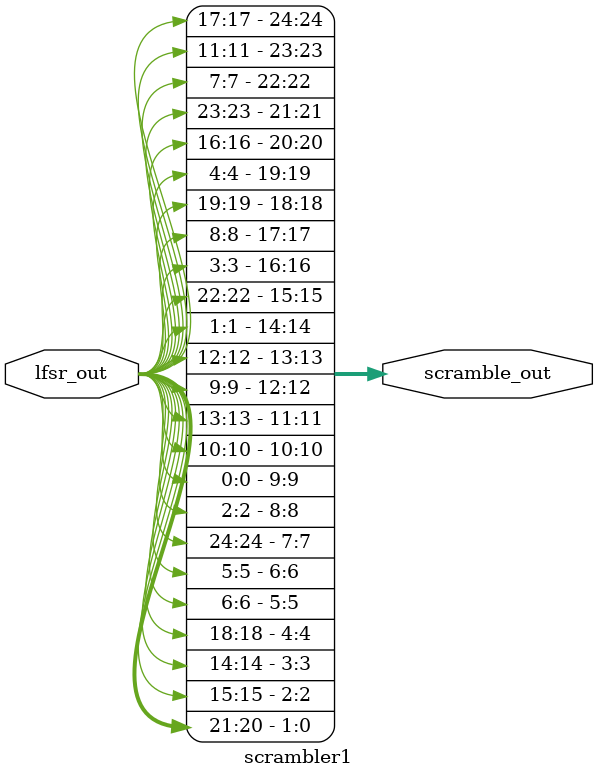
<source format=sv>
module scrambler1 (input logic signed [24:0] lfsr_out,
						 output logic signed [24:0] scramble_out);

	assign scramble_out[0] = lfsr_out[20];
	assign scramble_out[1] = lfsr_out[21];
	assign scramble_out[2] = lfsr_out[15];
	assign scramble_out[3] = lfsr_out[14];
	assign scramble_out[4] = lfsr_out[18];
	assign scramble_out[5] = lfsr_out[6];
	assign scramble_out[6] = lfsr_out[5];
	assign scramble_out[7] = lfsr_out[24];
	assign scramble_out[8] = lfsr_out[2];
	assign scramble_out[9] = lfsr_out[0];
	assign scramble_out[10] = lfsr_out[10];
	assign scramble_out[11] = lfsr_out[13];
	assign scramble_out[12] = lfsr_out[9];
	assign scramble_out[13] = lfsr_out[12];
	assign scramble_out[14] = lfsr_out[1];
	assign scramble_out[15] = lfsr_out[22];
	assign scramble_out[16] = lfsr_out[3];
	assign scramble_out[17] = lfsr_out[8];
	assign scramble_out[18] = lfsr_out[19];
	assign scramble_out[19] = lfsr_out[4];
	assign scramble_out[20] = lfsr_out[16];
	assign scramble_out[21] = lfsr_out[23];
	assign scramble_out[22] = lfsr_out[7];
	assign scramble_out[23] = lfsr_out[11];
	assign scramble_out[24] = lfsr_out[17];
	
endmodule

</source>
